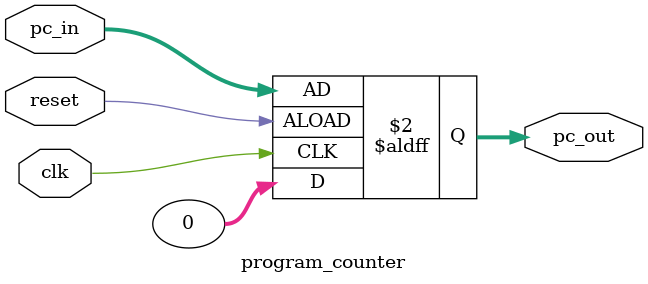
<source format=sv>
module program_counter (
    input logic clk,reset,
    input logic [31:0] pc_in,
    output  logic [31:0] pc_out
);

    always_ff @( posedge clk or negedge reset ) begin
        if (reset) pc_out <= 32'b0;
        else pc_out <= pc_in;
    end
    
endmodule
</source>
